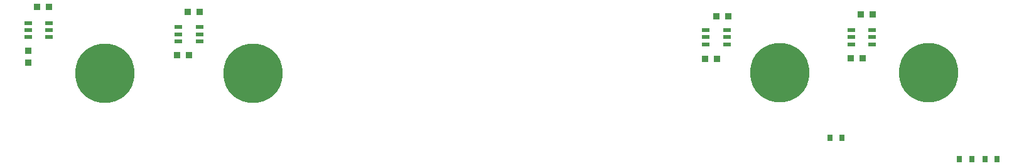
<source format=gtp>
G04*
G04 #@! TF.GenerationSoftware,Altium Limited,Altium Designer,18.1.9 (240)*
G04*
G04 Layer_Color=8421504*
%FSAX25Y25*%
%MOIN*%
G70*
G01*
G75*
%ADD15R,0.02756X0.03347*%
%ADD16R,0.03937X0.02362*%
%ADD17R,0.03740X0.03347*%
%ADD18C,0.31496*%
%ADD19R,0.03347X0.03740*%
D15*
X0654543Y0282343D02*
D03*
X0661039D02*
D03*
X0668161Y0282358D02*
D03*
X0674657D02*
D03*
X0592245Y0293600D02*
D03*
X0585749D02*
D03*
D16*
X0171112Y0347160D02*
D03*
Y0350900D02*
D03*
Y0354640D02*
D03*
X0160088Y0347160D02*
D03*
Y0350900D02*
D03*
Y0354640D02*
D03*
X0531012Y0343360D02*
D03*
Y0347100D02*
D03*
Y0350840D02*
D03*
X0519988Y0343360D02*
D03*
Y0347100D02*
D03*
Y0350840D02*
D03*
X0608112Y0343360D02*
D03*
Y0347100D02*
D03*
Y0350840D02*
D03*
X0597088Y0343360D02*
D03*
Y0347100D02*
D03*
Y0350840D02*
D03*
X0251012Y0344960D02*
D03*
Y0348700D02*
D03*
Y0352440D02*
D03*
X0239988Y0344960D02*
D03*
Y0348700D02*
D03*
Y0352440D02*
D03*
D17*
X0160100Y0333550D02*
D03*
Y0339850D02*
D03*
D18*
X0200700Y0327800D02*
D03*
X0559200Y0328200D02*
D03*
X0638300D02*
D03*
X0279510Y0327932D02*
D03*
D19*
X0164950Y0363100D02*
D03*
X0171250D02*
D03*
X0525850Y0335700D02*
D03*
X0519550D02*
D03*
X0525450Y0358300D02*
D03*
X0531750D02*
D03*
X0602250Y0359100D02*
D03*
X0608550D02*
D03*
X0603050Y0335800D02*
D03*
X0596750D02*
D03*
X0244850Y0360500D02*
D03*
X0251150D02*
D03*
X0245350Y0337600D02*
D03*
X0239050D02*
D03*
M02*

</source>
